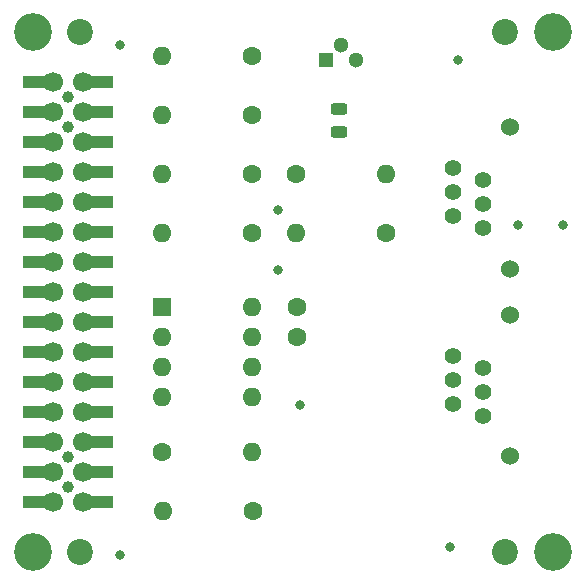
<source format=gts>
G04 #@! TF.GenerationSoftware,KiCad,Pcbnew,(6.0.9)*
G04 #@! TF.CreationDate,2022-12-08T09:40:08+09:00*
G04 #@! TF.ProjectId,M5StackLocoNetModule,4d355374-6163-46b4-9c6f-636f4e65744d,rev?*
G04 #@! TF.SameCoordinates,PX6146580PY90f5600*
G04 #@! TF.FileFunction,Soldermask,Top*
G04 #@! TF.FilePolarity,Negative*
%FSLAX46Y46*%
G04 Gerber Fmt 4.6, Leading zero omitted, Abs format (unit mm)*
G04 Created by KiCad (PCBNEW (6.0.9)) date 2022-12-08 09:40:08*
%MOMM*%
%LPD*%
G01*
G04 APERTURE LIST*
G04 Aperture macros list*
%AMRoundRect*
0 Rectangle with rounded corners*
0 $1 Rounding radius*
0 $2 $3 $4 $5 $6 $7 $8 $9 X,Y pos of 4 corners*
0 Add a 4 corners polygon primitive as box body*
4,1,4,$2,$3,$4,$5,$6,$7,$8,$9,$2,$3,0*
0 Add four circle primitives for the rounded corners*
1,1,$1+$1,$2,$3*
1,1,$1+$1,$4,$5*
1,1,$1+$1,$6,$7*
1,1,$1+$1,$8,$9*
0 Add four rect primitives between the rounded corners*
20,1,$1+$1,$2,$3,$4,$5,0*
20,1,$1+$1,$4,$5,$6,$7,0*
20,1,$1+$1,$6,$7,$8,$9,0*
20,1,$1+$1,$8,$9,$2,$3,0*%
%AMFreePoly0*
4,1,5,0.500000,-0.500000,-2.500000,-0.500000,-2.500000,0.500000,0.500000,0.500000,0.500000,-0.500000,0.500000,-0.500000,$1*%
G04 Aperture macros list end*
%ADD10C,2.200000*%
%ADD11C,3.200000*%
%ADD12C,1.600000*%
%ADD13O,1.600000X1.600000*%
%ADD14R,1.300000X1.300000*%
%ADD15C,1.300000*%
%ADD16R,1.600000X1.600000*%
%ADD17C,1.524000*%
%ADD18C,1.400000*%
%ADD19RoundRect,0.243750X-0.456250X0.243750X-0.456250X-0.243750X0.456250X-0.243750X0.456250X0.243750X0*%
%ADD20C,1.000000*%
%ADD21C,1.700000*%
%ADD22FreePoly0,180.000000*%
%ADD23FreePoly0,0.000000*%
%ADD24C,0.800000*%
G04 APERTURE END LIST*
D10*
X7000000Y47000000D03*
D11*
X47000000Y3000000D03*
D12*
X21535000Y40000000D03*
D13*
X13915000Y40000000D03*
D12*
X21535000Y30000000D03*
D13*
X13915000Y30000000D03*
D10*
X7000000Y3000000D03*
D12*
X13915000Y11500000D03*
D13*
X21535000Y11500000D03*
D14*
X27780000Y44665000D03*
D15*
X29050000Y45935000D03*
X30320000Y44665000D03*
D11*
X3000000Y3000000D03*
D12*
X21535000Y45000000D03*
D13*
X13915000Y45000000D03*
D12*
X25375000Y23750000D03*
X25375000Y21250000D03*
D16*
X13925000Y23750000D03*
D13*
X13925000Y21210000D03*
X13925000Y18670000D03*
X13925000Y16130000D03*
X21545000Y16130000D03*
X21545000Y18670000D03*
X21545000Y21210000D03*
X21545000Y23750000D03*
D12*
X21585000Y35000000D03*
D13*
X13965000Y35000000D03*
D11*
X47000000Y47000000D03*
D10*
X43000000Y47000000D03*
D17*
X43400000Y27000000D03*
X43400000Y39000000D03*
D18*
X38560000Y35550000D03*
X41100000Y34530000D03*
X38560000Y33510000D03*
X41100000Y32490000D03*
X38560000Y31470000D03*
X41100000Y30450000D03*
D17*
X43400000Y11100000D03*
X43400000Y23100000D03*
D18*
X38560000Y19650000D03*
X41100000Y18630000D03*
X38560000Y17610000D03*
X41100000Y16590000D03*
X38560000Y15570000D03*
X41100000Y14550000D03*
D11*
X3000000Y47000000D03*
D12*
X25240000Y35000000D03*
D13*
X32860000Y35000000D03*
D12*
X32910000Y30000000D03*
D13*
X25290000Y30000000D03*
D10*
X43000000Y3000000D03*
D19*
X28900000Y40487500D03*
X28900000Y38612500D03*
D20*
X6000000Y8490000D03*
X6000000Y41510000D03*
X6000000Y11030000D03*
X6000000Y38970000D03*
D21*
X7270000Y42780000D03*
D22*
X7270000Y42780000D03*
D21*
X4730000Y42780000D03*
D23*
X4730000Y42780000D03*
D22*
X7270000Y40240000D03*
D21*
X7270000Y40240000D03*
X4730000Y40240000D03*
D23*
X4730000Y40240000D03*
D22*
X7270000Y37700000D03*
D21*
X7270000Y37700000D03*
X4730000Y37700000D03*
D23*
X4730000Y37700000D03*
D22*
X7270000Y35160000D03*
D21*
X7270000Y35160000D03*
X4730000Y35160000D03*
D23*
X4730000Y35160000D03*
D21*
X7270000Y32620000D03*
D22*
X7270000Y32620000D03*
D23*
X4730000Y32620000D03*
D21*
X4730000Y32620000D03*
X7270000Y30080000D03*
D22*
X7270000Y30080000D03*
D23*
X4730000Y30080000D03*
D21*
X4730000Y30080000D03*
X7270000Y27540000D03*
D22*
X7270000Y27540000D03*
D21*
X4730000Y27540000D03*
D23*
X4730000Y27540000D03*
D21*
X7270000Y25000000D03*
D22*
X7270000Y25000000D03*
D21*
X4730000Y25000000D03*
D23*
X4730000Y25000000D03*
D22*
X7270000Y22460000D03*
D21*
X7270000Y22460000D03*
X4730000Y22460000D03*
D23*
X4730000Y22460000D03*
D21*
X7270000Y19920000D03*
D22*
X7270000Y19920000D03*
D21*
X4730000Y19920000D03*
D23*
X4730000Y19920000D03*
D22*
X7270000Y17380000D03*
D21*
X7270000Y17380000D03*
X4730000Y17380000D03*
D23*
X4730000Y17380000D03*
D22*
X7270000Y14840000D03*
D21*
X7270000Y14840000D03*
D23*
X4730000Y14840000D03*
D21*
X4730000Y14840000D03*
X7270000Y12300000D03*
D22*
X7270000Y12300000D03*
D21*
X4730000Y12300000D03*
D23*
X4730000Y12300000D03*
D22*
X7270000Y9760000D03*
D21*
X7270000Y9760000D03*
D23*
X4730000Y9760000D03*
D21*
X4730000Y9760000D03*
X7270000Y7220000D03*
D22*
X7270000Y7220000D03*
D21*
X4730000Y7220000D03*
D23*
X4730000Y7220000D03*
D12*
X21610000Y6500000D03*
D13*
X13990000Y6500000D03*
D24*
X10395000Y2775000D03*
X10395000Y45955000D03*
X38335000Y3410000D03*
X38970000Y44685000D03*
X25635000Y15475000D03*
X23730000Y26905000D03*
X23730000Y31985000D03*
X47860000Y30715000D03*
X44050000Y30715000D03*
M02*

</source>
